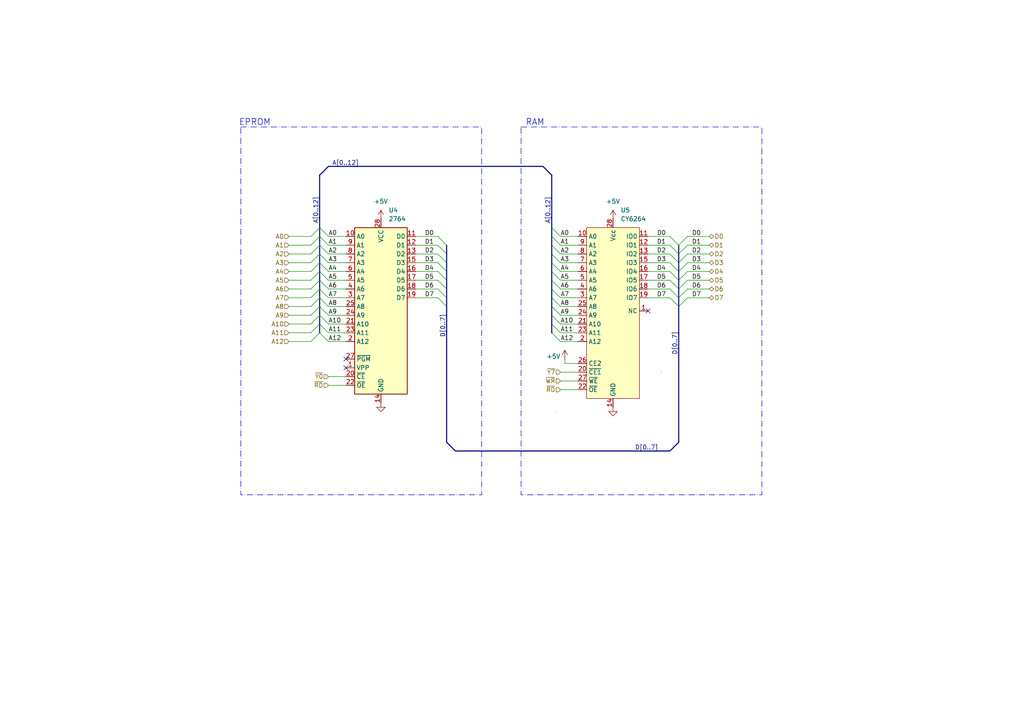
<source format=kicad_sch>
(kicad_sch (version 20231120) (generator "eeschema") (generator_version "8.0")
  (paper "A4")
  (lib_symbols
    (symbol "Intel_6264:6264"
      (property "Reference" "U" (at 2.794 29.21 0))
      (property "Value" "CY6264" (at 0 39.624 0))
      (symbol "6264_1_1"
        (rectangle (start -16.51 -27.94) (end -16.51 -27.94))
        (rectangle (start -7.62 25.4) (end 7.62 -24.13) (fill (type background)))
        (rectangle (start 13.97 -16.51) (end 13.97 -16.51))
        (pin free line (at 10.16 1.27 180) (length 2.54) (name "NC") (number "1"))
        (pin input line (at -10.16 22.86 0) (length 2.54) (name "A0") (number "10"))
        (pin bidirectional line (at 10.16 22.86 180) (length 2.54) (name "IO0") (number "11"))
        (pin bidirectional line (at 10.16 20.32 180) (length 2.54) (name "IO1") (number "12"))
        (pin bidirectional line (at 10.16 17.78 180) (length 2.54) (name "IO2") (number "13"))
        (pin power_in line (at 0 -26.67 90) (length 2.54) (name "GND") (number "14"))
        (pin bidirectional line (at 10.16 15.24 180) (length 2.54) (name "IO3") (number "15"))
        (pin bidirectional line (at 10.16 12.7 180) (length 2.54) (name "IO4") (number "16"))
        (pin bidirectional line (at 10.16 10.16 180) (length 2.54) (name "IO5") (number "17"))
        (pin bidirectional line (at 10.16 7.62 180) (length 2.54) (name "IO6") (number "18"))
        (pin bidirectional line (at 10.16 5.08 180) (length 2.54) (name "IO7") (number "19"))
        (pin input line (at -10.16 -7.62 0) (length 2.54) (name "A12") (number "2"))
        (pin input line (at -10.16 -16.51 0) (length 2.54) (name "~{CE1}") (number "20"))
        (pin input line (at -10.16 -2.54 0) (length 2.54) (name "A10") (number "21"))
        (pin input line (at -10.16 -21.59 0) (length 2.54) (name "~{OE}") (number "22"))
        (pin input line (at -10.16 -5.08 0) (length 2.54) (name "A11") (number "23"))
        (pin input line (at -10.16 0 0) (length 2.54) (name "A9") (number "24"))
        (pin input line (at -10.16 2.54 0) (length 2.54) (name "A8") (number "25"))
        (pin input line (at -10.16 -13.97 0) (length 2.54) (name "CE2") (number "26"))
        (pin input line (at -10.16 -19.05 0) (length 2.54) (name "~{WE}") (number "27"))
        (pin power_in line (at 0 27.94 270) (length 2.54) (name "Vcc") (number "28"))
        (pin input line (at -10.16 5.08 0) (length 2.54) (name "A7") (number "3"))
        (pin input line (at -10.16 7.62 0) (length 2.54) (name "A6") (number "4"))
        (pin input line (at -10.16 10.16 0) (length 2.54) (name "A5") (number "5"))
        (pin input line (at -10.16 12.7 0) (length 2.54) (name "A4") (number "6"))
        (pin input line (at -10.16 15.24 0) (length 2.54) (name "A3") (number "7"))
        (pin input line (at -10.16 17.78 0) (length 2.54) (name "A2") (number "8"))
        (pin input line (at -10.16 20.32 0) (length 2.54) (name "A1") (number "9"))
      )
    )
    (symbol "Memory_EPROM:2764"
      (property "Reference" "U" (at -7.62 24.13 0))
      (property "Value" "2764" (at 2.54 -26.67 0))
      (symbol "2764_1_1"
        (rectangle (start -7.62 22.86) (end 7.62 -25.4) (stroke (width 0.254)) (fill (type background)))
        (pin input line (at -10.16 -17.78 0) (length 2.54) (name "VPP") (number "1"))
        (pin input line (at -10.16 20.32 0) (length 2.54) (name "A0") (number "10"))
        (pin tri_state line (at 10.16 20.32 180) (length 2.54) (name "D0") (number "11"))
        (pin tri_state line (at 10.16 17.78 180) (length 2.54) (name "D1") (number "12"))
        (pin tri_state line (at 10.16 15.24 180) (length 2.54) (name "D2") (number "13"))
        (pin power_in line (at 0 -27.94 90) (length 2.54) (name "GND") (number "14"))
        (pin tri_state line (at 10.16 12.7 180) (length 2.54) (name "D3") (number "15"))
        (pin tri_state line (at 10.16 10.16 180) (length 2.54) (name "D4") (number "16"))
        (pin tri_state line (at 10.16 7.62 180) (length 2.54) (name "D5") (number "17"))
        (pin tri_state line (at 10.16 5.08 180) (length 2.54) (name "D6") (number "18"))
        (pin tri_state line (at 10.16 2.54 180) (length 2.54) (name "D7") (number "19"))
        (pin input line (at -10.16 -10.16 0) (length 2.54) (name "A12") (number "2"))
        (pin input line (at -10.16 -20.32 0) (length 2.54) (name "~{CE}") (number "20"))
        (pin input line (at -10.16 -5.08 0) (length 2.54) (name "A10") (number "21"))
        (pin input line (at -10.16 -22.86 0) (length 2.54) (name "~{OE}") (number "22"))
        (pin input line (at -10.16 -7.62 0) (length 2.54) (name "A11") (number "23"))
        (pin input line (at -10.16 -2.54 0) (length 2.54) (name "A9") (number "24"))
        (pin input line (at -10.16 0 0) (length 2.54) (name "A8") (number "25"))
        (pin no_connect line (at 7.62 0 180) (length 2.54) hide (name "NC") (number "26"))
        (pin input line (at -10.16 -15.24 0) (length 2.54) (name "~{PGM}") (number "27"))
        (pin power_in line (at 0 25.4 270) (length 2.54) (name "VCC") (number "28"))
        (pin input line (at -10.16 2.54 0) (length 2.54) (name "A7") (number "3"))
        (pin input line (at -10.16 5.08 0) (length 2.54) (name "A6") (number "4"))
        (pin input line (at -10.16 7.62 0) (length 2.54) (name "A5") (number "5"))
        (pin input line (at -10.16 10.16 0) (length 2.54) (name "A4") (number "6"))
        (pin input line (at -10.16 12.7 0) (length 2.54) (name "A3") (number "7"))
        (pin input line (at -10.16 15.24 0) (length 2.54) (name "A2") (number "8"))
        (pin input line (at -10.16 17.78 0) (length 2.54) (name "A1") (number "9"))
      )
    )
    (symbol "power:GND" (power) (pin_numbers hide) (pin_names (offset 0) hide)
      (property "Value" "GND" (at 0 -3.81 0))
      (symbol "GND_0_1"
        (polyline (pts (xy 0 0) (xy 0 -1.27) (xy 1.27 -1.27) (xy 0 -2.54) (xy -1.27 -1.27) (xy 0 -1.27)))
      )
      (symbol "GND_1_1"
        (pin power_in line (at 0 0 270) (length 0) (name "~") (number "1"))
      )
    )
    (symbol "power:VCC" (power) (pin_numbers hide) (pin_names (offset 0) hide)
      (property "Value" "VCC" (at 0 3.556 0))
      (symbol "VCC_0_1"
        (polyline (pts (xy -0.762 1.27) (xy 0 2.54)))
        (polyline (pts (xy 0 0) (xy 0 2.54)))
        (polyline (pts (xy 0 2.54) (xy 0.762 1.27)))
      )
      (symbol "VCC_1_1"
        (pin power_in line (at 0 0 90) (length 0) (name "~") (number "1"))
      )
    )
  )
  (no_connect (at 100.33 104.14))
  (no_connect (at 187.96 90.17))
  (no_connect (at 100.33 106.68))
  (bus_entry (at 194.31 86.36) (size 2.54 2.54))
  (bus_entry (at 160.02 73.66) (size 2.54 2.54))
  (bus_entry (at 127 71.12) (size 2.54 2.54))
  (bus_entry (at 90.17 91.44) (size 2.54 -2.54))
  (bus_entry (at 194.31 71.12) (size 2.54 2.54))
  (bus_entry (at 90.17 68.58) (size 2.54 -2.54))
  (bus_entry (at 160.02 81.28) (size 2.54 2.54))
  (bus_entry (at 92.71 83.82) (size 2.54 2.54))
  (bus_entry (at 199.39 73.66) (size -2.54 2.54))
  (bus_entry (at 127 76.2) (size 2.54 2.54))
  (bus_entry (at 90.17 96.52) (size 2.54 -2.54))
  (bus_entry (at 92.71 68.58) (size 2.54 2.54))
  (bus_entry (at 194.31 78.74) (size 2.54 2.54))
  (bus_entry (at 160.02 76.2) (size 2.54 2.54))
  (bus_entry (at 92.71 78.74) (size 2.54 2.54))
  (bus_entry (at 194.31 73.66) (size 2.54 2.54))
  (bus_entry (at 199.39 76.2) (size -2.54 2.54))
  (bus_entry (at 90.17 99.06) (size 2.54 -2.54))
  (bus_entry (at 90.17 81.28) (size 2.54 -2.54))
  (bus_entry (at 160.02 88.9) (size 2.54 2.54))
  (bus_entry (at 127 86.36) (size 2.54 2.54))
  (bus_entry (at 160.02 93.98) (size 2.54 2.54))
  (bus_entry (at 199.39 86.36) (size -2.54 2.54))
  (bus_entry (at 160.02 71.12) (size 2.54 2.54))
  (bus_entry (at 90.17 86.36) (size 2.54 -2.54))
  (bus_entry (at 199.39 71.12) (size -2.54 2.54))
  (bus_entry (at 90.17 83.82) (size 2.54 -2.54))
  (bus_entry (at 92.71 71.12) (size 2.54 2.54))
  (bus_entry (at 160.02 66.04) (size 2.54 2.54))
  (bus_entry (at 199.39 83.82) (size -2.54 2.54))
  (bus_entry (at 127 83.82) (size 2.54 2.54))
  (bus_entry (at 194.31 76.2) (size 2.54 2.54))
  (bus_entry (at 160.02 78.74) (size 2.54 2.54))
  (bus_entry (at 92.71 93.98) (size 2.54 2.54))
  (bus_entry (at 90.17 78.74) (size 2.54 -2.54))
  (bus_entry (at 90.17 93.98) (size 2.54 -2.54))
  (bus_entry (at 92.71 76.2) (size 2.54 2.54))
  (bus_entry (at 92.71 66.04) (size 2.54 2.54))
  (bus_entry (at 160.02 83.82) (size 2.54 2.54))
  (bus_entry (at 90.17 73.66) (size 2.54 -2.54))
  (bus_entry (at 127 73.66) (size 2.54 2.54))
  (bus_entry (at 160.02 96.52) (size 2.54 2.54))
  (bus_entry (at 127 81.28) (size 2.54 2.54))
  (bus_entry (at 194.31 83.82) (size 2.54 2.54))
  (bus_entry (at 92.71 73.66) (size 2.54 2.54))
  (bus_entry (at 127 78.74) (size 2.54 2.54))
  (bus_entry (at 199.39 81.28) (size -2.54 2.54))
  (bus_entry (at 92.71 86.36) (size 2.54 2.54))
  (bus_entry (at 92.71 96.52) (size 2.54 2.54))
  (bus_entry (at 160.02 91.44) (size 2.54 2.54))
  (bus_entry (at 127 68.58) (size 2.54 2.54))
  (bus_entry (at 90.17 76.2) (size 2.54 -2.54))
  (bus_entry (at 90.17 88.9) (size 2.54 -2.54))
  (bus_entry (at 90.17 71.12) (size 2.54 -2.54))
  (bus_entry (at 199.39 68.58) (size -2.54 2.54))
  (bus_entry (at 199.39 78.74) (size -2.54 2.54))
  (bus_entry (at 92.71 81.28) (size 2.54 2.54))
  (bus_entry (at 194.31 81.28) (size 2.54 2.54))
  (bus_entry (at 194.31 68.58) (size 2.54 2.54))
  (bus_entry (at 160.02 86.36) (size 2.54 2.54))
  (bus_entry (at 92.71 91.44) (size 2.54 2.54))
  (bus_entry (at 160.02 68.58) (size 2.54 2.54))
  (bus_entry (at 92.71 88.9) (size 2.54 2.54))
  (wire (pts (xy 120.65 76.2) (xy 127 76.2)))
  (bus (pts (xy 196.85 83.82) (xy 196.85 86.36)))
  (wire (pts (xy 162.56 73.66) (xy 167.64 73.66)))
  (bus (pts (xy 92.71 76.2) (xy 92.71 78.74)))
  (wire (pts (xy 199.39 78.74) (xy 205.74 78.74)))
  (wire (pts (xy 187.96 86.36) (xy 194.31 86.36)))
  (wire (pts (xy 95.25 71.12) (xy 100.33 71.12)))
  (wire (pts (xy 199.39 73.66) (xy 205.74 73.66)))
  (wire (pts (xy 187.96 71.12) (xy 194.31 71.12)))
  (bus (pts (xy 92.71 86.36) (xy 92.71 88.9)))
  (bus (pts (xy 160.02 71.12) (xy 160.02 73.66)))
  (bus (pts (xy 160.02 88.9) (xy 160.02 91.44)))
  (wire (pts (xy 83.82 73.66) (xy 90.17 73.66)))
  (wire (pts (xy 162.56 96.52) (xy 167.64 96.52)))
  (wire (pts (xy 120.65 73.66) (xy 127 73.66)))
  (wire (pts (xy 199.39 83.82) (xy 205.74 83.82)))
  (bus (pts (xy 92.71 83.82) (xy 92.71 86.36)))
  (wire (pts (xy 120.65 81.28) (xy 127 81.28)))
  (wire (pts (xy 199.39 71.12) (xy 205.74 71.12)))
  (wire (pts (xy 83.82 76.2) (xy 90.17 76.2)))
  (wire (pts (xy 83.82 86.36) (xy 90.17 86.36)))
  (wire (pts (xy 83.82 96.52) (xy 90.17 96.52)))
  (wire (pts (xy 83.82 91.44) (xy 90.17 91.44)))
  (wire (pts (xy 120.65 83.82) (xy 127 83.82)))
  (wire (pts (xy 95.25 96.52) (xy 100.33 96.52)))
  (bus (pts (xy 92.71 91.44) (xy 92.71 93.98)))
  (bus (pts (xy 160.02 86.36) (xy 160.02 88.9)))
  (bus (pts (xy 92.71 73.66) (xy 92.71 76.2)))
  (bus (pts (xy 92.71 88.9) (xy 92.71 91.44)))
  (bus (pts (xy 160.02 68.58) (xy 160.02 71.12)))
  (wire (pts (xy 162.56 93.98) (xy 167.64 93.98)))
  (bus (pts (xy 129.54 81.28) (xy 129.54 83.82)))
  (wire (pts (xy 162.56 113.03) (xy 167.64 113.03)))
  (bus (pts (xy 129.54 88.9) (xy 129.54 128.27)))
  (wire (pts (xy 95.25 76.2) (xy 100.33 76.2)))
  (bus (pts (xy 92.71 71.12) (xy 92.71 73.66)))
  (bus (pts (xy 129.54 76.2) (xy 129.54 78.74)))
  (wire (pts (xy 163.83 104.14) (xy 163.83 105.41)))
  (bus (pts (xy 129.54 78.74) (xy 129.54 81.28)))
  (bus (pts (xy 160.02 91.44) (xy 160.02 93.98)))
  (bus (pts (xy 132.08 130.81) (xy 194.31 130.81)))
  (wire (pts (xy 187.96 73.66) (xy 194.31 73.66)))
  (wire (pts (xy 83.82 93.98) (xy 90.17 93.98)))
  (wire (pts (xy 95.25 68.58) (xy 100.33 68.58)))
  (wire (pts (xy 83.82 81.28) (xy 90.17 81.28)))
  (wire (pts (xy 162.56 83.82) (xy 167.64 83.82)))
  (bus (pts (xy 95.25 48.26) (xy 157.48 48.26)))
  (bus (pts (xy 129.54 71.12) (xy 129.54 73.66)))
  (wire (pts (xy 187.96 78.74) (xy 194.31 78.74)))
  (wire (pts (xy 187.96 76.2) (xy 194.31 76.2)))
  (wire (pts (xy 162.56 68.58) (xy 167.64 68.58)))
  (wire (pts (xy 95.25 91.44) (xy 100.33 91.44)))
  (bus (pts (xy 160.02 81.28) (xy 160.02 83.82)))
  (wire (pts (xy 120.65 71.12) (xy 127 71.12)))
  (wire (pts (xy 187.96 68.58) (xy 194.31 68.58)))
  (wire (pts (xy 162.56 71.12) (xy 167.64 71.12)))
  (bus (pts (xy 196.85 71.12) (xy 196.85 73.66)))
  (wire (pts (xy 199.39 68.58) (xy 205.74 68.58)))
  (bus (pts (xy 160.02 66.04) (xy 160.02 68.58)))
  (bus (pts (xy 92.71 66.04) (xy 92.71 68.58)))
  (bus (pts (xy 160.02 93.98) (xy 160.02 96.52)))
  (bus (pts (xy 92.71 50.8) (xy 95.25 48.26)))
  (wire (pts (xy 83.82 88.9) (xy 90.17 88.9)))
  (wire (pts (xy 120.65 78.74) (xy 127 78.74)))
  (bus (pts (xy 129.54 128.27) (xy 132.08 130.81)))
  (wire (pts (xy 187.96 83.82) (xy 194.31 83.82)))
  (wire (pts (xy 162.56 99.06) (xy 167.64 99.06)))
  (bus (pts (xy 160.02 78.74) (xy 160.02 81.28)))
  (wire (pts (xy 95.25 73.66) (xy 100.33 73.66)))
  (wire (pts (xy 120.65 86.36) (xy 127 86.36)))
  (wire (pts (xy 120.65 68.58) (xy 127 68.58)))
  (wire (pts (xy 95.25 81.28) (xy 100.33 81.28)))
  (wire (pts (xy 95.25 78.74) (xy 100.33 78.74)))
  (bus (pts (xy 196.85 86.36) (xy 196.85 88.9)))
  (bus (pts (xy 92.71 93.98) (xy 92.71 96.52)))
  (wire (pts (xy 163.83 105.41) (xy 167.64 105.41)))
  (bus (pts (xy 92.71 78.74) (xy 92.71 81.28)))
  (bus (pts (xy 196.85 88.9) (xy 196.85 128.27)))
  (wire (pts (xy 83.82 99.06) (xy 90.17 99.06)))
  (bus (pts (xy 157.48 48.26) (xy 160.02 50.8)))
  (bus (pts (xy 160.02 83.82) (xy 160.02 86.36)))
  (bus (pts (xy 160.02 76.2) (xy 160.02 78.74)))
  (bus (pts (xy 92.71 68.58) (xy 92.71 71.12)))
  (wire (pts (xy 162.56 107.95) (xy 167.64 107.95)))
  (wire (pts (xy 83.82 78.74) (xy 90.17 78.74)))
  (wire (pts (xy 95.25 99.06) (xy 100.33 99.06)))
  (wire (pts (xy 162.56 81.28) (xy 167.64 81.28)))
  (bus (pts (xy 196.85 73.66) (xy 196.85 76.2)))
  (bus (pts (xy 92.71 81.28) (xy 92.71 83.82)))
  (bus (pts (xy 194.31 130.81) (xy 196.85 128.27)))
  (wire (pts (xy 95.25 88.9) (xy 100.33 88.9)))
  (wire (pts (xy 83.82 83.82) (xy 90.17 83.82)))
  (wire (pts (xy 162.56 86.36) (xy 167.64 86.36)))
  (wire (pts (xy 83.82 71.12) (xy 90.17 71.12)))
  (bus (pts (xy 196.85 78.74) (xy 196.85 81.28)))
  (wire (pts (xy 162.56 110.49) (xy 167.64 110.49)))
  (wire (pts (xy 95.25 109.22) (xy 100.33 109.22)))
  (wire (pts (xy 162.56 91.44) (xy 167.64 91.44)))
  (bus (pts (xy 129.54 83.82) (xy 129.54 86.36)))
  (bus (pts (xy 160.02 73.66) (xy 160.02 76.2)))
  (bus (pts (xy 129.54 73.66) (xy 129.54 76.2)))
  (wire (pts (xy 199.39 81.28) (xy 205.74 81.28)))
  (wire (pts (xy 95.25 93.98) (xy 100.33 93.98)))
  (bus (pts (xy 196.85 81.28) (xy 196.85 83.82)))
  (bus (pts (xy 92.71 50.8) (xy 92.71 66.04)))
  (bus (pts (xy 196.85 76.2) (xy 196.85 78.74)))
  (wire (pts (xy 83.82 68.58) (xy 90.17 68.58)))
  (bus (pts (xy 129.54 86.36) (xy 129.54 88.9)))
  (wire (pts (xy 162.56 76.2) (xy 167.64 76.2)))
  (bus (pts (xy 160.02 50.8) (xy 160.02 66.04)))
  (wire (pts (xy 162.56 78.74) (xy 167.64 78.74)))
  (wire (pts (xy 187.96 81.28) (xy 194.31 81.28)))
  (wire (pts (xy 199.39 76.2) (xy 205.74 76.2)))
  (wire (pts (xy 95.25 111.76) (xy 100.33 111.76)))
  (wire (pts (xy 162.56 88.9) (xy 167.64 88.9)))
  (wire (pts (xy 95.25 83.82) (xy 100.33 83.82)))
  (wire (pts (xy 199.39 86.36) (xy 205.74 86.36)))
  (wire (pts (xy 95.25 86.36) (xy 100.33 86.36)))
  (rectangle (start 151.13 36.83) (end 220.98 143.51) (stroke (width 0) (type dash_dot)))
  (rectangle (start 69.85 36.83) (end 139.7 143.51) (stroke (width 0) (type dash_dot)))
  (text "EPROM\n" (at 73.914 35.56 0) (effects (font (size 1.778 1.778))))
  (text "RAM" (at 155.194 35.56 0) (effects (font (size 1.778 1.778))))
  (label "D2" (at 200.66 73.66 0))
  (label "D0" (at 200.66 68.58 0))
  (label "A1" (at 162.56 71.12 0))
  (label "A12" (at 95.25 99.06 0))
  (label "A8" (at 95.25 88.9 0))
  (label "A5" (at 95.25 81.28 0))
  (label "A12" (at 162.56 99.06 0))
  (label "D0" (at 123.19 68.58 0))
  (label "A5" (at 162.56 81.28 0))
  (label "A8" (at 162.56 88.9 0))
  (label "A7" (at 95.25 86.36 0))
  (label "A4" (at 95.25 78.74 0))
  (label "D[0..7]" (at 184.15 130.81 0))
  (label "D4" (at 200.66 78.74 0))
  (label "A7" (at 162.56 86.36 0))
  (label "A10" (at 162.56 93.98 0))
  (label "D3" (at 123.19 76.2 0))
  (label "A3" (at 162.56 76.2 0))
  (label "D2" (at 190.5 73.66 0))
  (label "A3" (at 95.25 76.2 0))
  (label "A9" (at 162.56 91.44 0))
  (label "D[0..7]" (at 129.54 97.79 90))
  (label "A[0..12]" (at 92.71 64.77 90))
  (label "D1" (at 123.19 71.12 0))
  (label "D6" (at 190.5 83.82 0))
  (label "D6" (at 200.66 83.82 0))
  (label "A[0..12]" (at 160.02 64.77 90))
  (label "D7" (at 200.66 86.36 0))
  (label "A10" (at 95.25 93.98 0))
  (label "A11" (at 162.56 96.52 0))
  (label "D7" (at 123.19 86.36 0))
  (label "D0" (at 190.5 68.58 0))
  (label "A2" (at 95.25 73.66 0))
  (label "A1" (at 95.25 71.12 0))
  (label "D7" (at 190.5 86.36 0))
  (label "A0" (at 95.25 68.58 0))
  (label "A2" (at 162.56 73.66 0))
  (label "A4" (at 162.56 78.74 0))
  (label "D5" (at 190.5 81.28 0))
  (label "D2" (at 123.19 73.66 0))
  (label "A0" (at 162.56 68.58 0))
  (label "D1" (at 200.66 71.12 0))
  (label "A9" (at 95.25 91.44 0))
  (label "D6" (at 123.19 83.82 0))
  (label "A6" (at 95.25 83.82 0))
  (label "A6" (at 162.56 83.82 0))
  (label "D4" (at 190.5 78.74 0))
  (label "D1" (at 190.5 71.12 0))
  (label "D5" (at 200.66 81.28 0))
  (label "D5" (at 123.19 81.28 0))
  (label "A[0..12]" (at 104.14 48.26 180))
  (label "A11" (at 95.25 96.52 0))
  (label "D3" (at 190.5 76.2 0))
  (label "D[0..7]" (at 196.85 102.87 90))
  (label "D3" (at 200.66 76.2 0))
  (label "D4" (at 123.19 78.74 0))
  (hierarchical_label "D6" (shape bidirectional) (at 205.74 83.82 0))
  (hierarchical_label "A9" (shape input) (at 83.82 91.44 180))
  (hierarchical_label "A10" (shape input) (at 83.82 93.98 180))
  (hierarchical_label "~{RD}" (shape input) (at 162.56 113.03 180))
  (hierarchical_label "A6" (shape input) (at 83.82 83.82 180))
  (hierarchical_label "A2" (shape input) (at 83.82 73.66 180))
  (hierarchical_label "A3" (shape input) (at 83.82 76.2 180))
  (hierarchical_label "~{Y7}" (shape input) (at 162.56 107.95 180))
  (hierarchical_label "A12" (shape input) (at 83.82 99.06 180))
  (hierarchical_label "~{WR}" (shape input) (at 162.56 110.49 180))
  (hierarchical_label "A1" (shape input) (at 83.82 71.12 180))
  (hierarchical_label "A11" (shape input) (at 83.82 96.52 180))
  (hierarchical_label "D1" (shape bidirectional) (at 205.74 71.12 0))
  (hierarchical_label "D4" (shape bidirectional) (at 205.74 78.74 0))
  (hierarchical_label "D5" (shape bidirectional) (at 205.74 81.28 0))
  (hierarchical_label "~{Y0}" (shape input) (at 95.25 109.22 180))
  (hierarchical_label "~{RD}" (shape input) (at 95.25 111.76 180))
  (hierarchical_label "A5" (shape input) (at 83.82 81.28 180))
  (hierarchical_label "D3" (shape bidirectional) (at 205.74 76.2 0))
  (hierarchical_label "A7" (shape input) (at 83.82 86.36 180))
  (hierarchical_label "D2" (shape bidirectional) (at 205.74 73.66 0))
  (hierarchical_label "D7" (shape bidirectional) (at 205.74 86.36 0))
  (hierarchical_label "A8" (shape input) (at 83.82 88.9 180))
  (hierarchical_label "A4" (shape input) (at 83.82 78.74 180))
  (hierarchical_label "D0" (shape bidirectional) (at 205.74 68.58 0))
  (hierarchical_label "A0" (shape input) (at 83.82 68.58 180))
  (symbol (lib_id "power:GND") (at 110.49 116.84 0) (unit 1)
    (property "Reference" "#PWR014" (effects (hide yes)))
    (property "Value" "GND" (effects (hide yes)))
    (property "Description" "Power symbol creates a global label with name \"GND\" , ground" (effects (hide yes)))
  )
  (symbol (lib_id "power:GND") (at 177.8 118.11 0) (unit 1)
    (property "Reference" "#PWR015" (effects (hide yes)))
    (property "Value" "GND" (effects (hide yes)))
    (property "Description" "Power symbol creates a global label with name \"GND\" , ground" (effects (hide yes)))
  )
  (symbol (lib_id "power:VCC") (at 177.8 63.5 0) (unit 1)
    (property "Reference" "#PWR012" (effects (hide yes)))
    (property "Value" "+5V" (at 177.8 58.42 0))
    (property "Description" "Power symbol creates a global label with name \"VCC\"" (effects (hide yes)))
  )
  (symbol (lib_id "Memory_EPROM:2764") (at 110.49 88.9 0) (unit 1)
    (property "Reference" "U4" (at 112.6841 60.96 0) (effects (justify left)))
    (property "Value" "2764" (at 112.6841 63.5 0) (effects (justify left)))
    (property "Footprint" "Package_DIP:DIP-28_W15.24mm" (effects (hide yes)))
    (property "Datasheet" "https://downloads.reactivemicro.com/Electronics/ROM/2764%20EPROM.pdf" (effects (hide yes)))
    (property "Description" "EPROM 64 KiBit, [Obsolete 2000-11]" (effects (hide yes)))
  )
  (symbol (lib_id "power:VCC") (at 163.83 104.14 0) (unit 1)
    (property "Reference" "#PWR013" (effects (hide yes)))
    (property "Value" "+5V" (at 160.528 103.378 0))
    (property "Description" "Power symbol creates a global label with name \"VCC\"" (effects (hide yes)))
  )
  (symbol (lib_id "power:VCC") (at 110.49 63.5 0) (unit 1)
    (property "Reference" "#PWR011" (effects (hide yes)))
    (property "Value" "+5V" (at 110.49 58.42 0))
    (property "Description" "Power symbol creates a global label with name \"VCC\"" (effects (hide yes)))
  )
  (symbol (lib_id "Intel_6264:6264") (at 177.8 91.44 0) (unit 1)
    (property "Reference" "U5" (at 179.9941 60.96 0) (effects (justify left)))
    (property "Value" "CY6264" (at 179.9941 63.5 0) (effects (justify left)))
    (property "Footprint" "Package_DIP:DIP-28_W15.24mm_Socket" (effects (hide yes)))
    (property "Datasheet" "https://datasheet.octopart.com/CY6264-70SNXC-Cypress-Semiconductor-datasheet-535075.pdf" (effects (hide yes)))
  )
)
</source>
